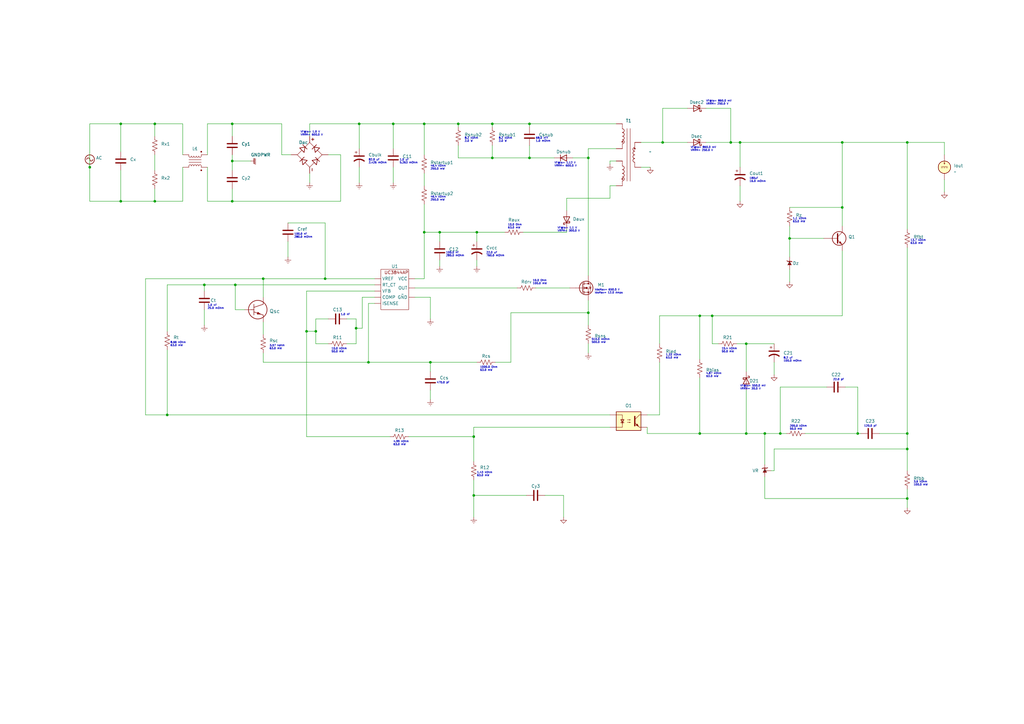
<source format=kicad_sch>
(kicad_sch (version 20230121) (generator eeschema)
  (paper "A3")
  (title_block (title "Mobile-Charger-Circuit_Design02") (date "2023-02-19") (rev "v02") (company "Tribe BNavi") (comment 1 "Design-2"))
  (lib_symbols
    (symbol "2023-02-19_14-37-48:2N2222A" (pin_numbers hide) (pin_names (offset 0) hide)
      (property "Reference" "CR" (at 10.16 2.54 0))
      (property "Value" "2N2222A" (at 10.16 -5.08 0))
      (symbol "2N2222A_1_1"
        (polyline (pts (xy 2.54 0) (xy 3.81 0)) (stroke (width 0.2032)))
        (polyline (pts (xy 3.81 -2.2098) (xy 3.81 2.2098)) (stroke (width 0.2032)))
        (polyline (pts (xy 3.81 -0.9398) (xy 7.62 -2.2098)) (stroke (width 0.2032)))
        (polyline (pts (xy 3.81 0.9398) (xy 7.62 2.2098)) (stroke (width 0.2032)))
        (polyline (pts (xy 7.62 -2.54) (xy 7.62 -2.2098)) (stroke (width 0.2032)))
        (polyline (pts (xy 7.62 2.2098) (xy 7.62 2.54)) (stroke (width 0.2032)))
        (polyline (pts (xy 5.3848 -0.9398) (xy 5.08 -1.905) (xy 6.6548 -1.905) (xy 5.3848 -0.9398)) (stroke (width 0.0254)) (fill (type outline)))
        (circle (center 5.3848 0) (radius 3.81) (stroke (width 0.254)))
        (pin unspecified line (at 0 0 0) (length 2.54) (name "B") (number "1"))
        (pin unspecified line (at 7.62 5.08 270) (length 2.54) (name "C") (number "2"))
        (pin unspecified line (at 7.62 -5.08 90) (length 2.54) (name "E") (number "3"))
      )
    )
    (symbol "Device:C" (pin_numbers hide) (pin_names (offset 0.254))
      (property "Reference" "C" (at 0.635 2.54 0))
      (property "Value" "C" (at 0.635 -2.54 0))
      (symbol "C_0_1"
        (polyline (pts (xy -2.032 -0.762) (xy 2.032 -0.762)) (stroke (width 0.508)))
        (polyline (pts (xy -2.032 0.762) (xy 2.032 0.762)) (stroke (width 0.508)))
      )
      (symbol "C_1_1"
        (pin passive line (at 0 3.81 270) (length 2.794) (name "~") (number "1"))
        (pin passive line (at 0 -3.81 90) (length 2.794) (name "~") (number "2"))
      )
    )
    (symbol "Device:C_Polarized_US" (pin_numbers hide) (pin_names (offset 0.254) hide)
      (property "Reference" "C" (at 0.635 2.54 0))
      (property "Value" "C_Polarized_US" (at 0.635 -2.54 0))
      (symbol "C_Polarized_US_0_1"
        (polyline (pts (xy -2.032 0.762) (xy 2.032 0.762)) (stroke (width 0.508)))
        (polyline (pts (xy -1.778 2.286) (xy -0.762 2.286)))
        (polyline (pts (xy -1.27 1.778) (xy -1.27 2.794)))
        (arc (start 2.032 -1.27) (mid 0 -0.5572) (end -2.032 -1.27) (stroke (width 0.508)))
      )
      (symbol "C_Polarized_US_1_1"
        (pin passive line (at 0 3.81 270) (length 2.794) (name "~") (number "1"))
        (pin passive line (at 0 -3.81 90) (length 3.302) (name "~") (number "2"))
      )
    )
    (symbol "Device:Filter_EMI_LL" (pin_numbers hide) (pin_names (offset 0.254) hide)
      (property "Reference" "FL" (at 0 4.445 0))
      (property "Value" "Filter_EMI_LL" (at 0 -4.445 0))
      (symbol "Filter_EMI_LL_0_1"
        (arc (start -2.54 2.032) (mid -2.032 1.5262) (end -1.524 2.032))
        (arc (start -1.524 -2.032) (mid -2.032 -1.5262) (end -2.54 -2.032))
        (arc (start -1.524 2.032) (mid -1.016 1.5262) (end -0.508 2.032))
        (arc (start -0.508 -2.032) (mid -1.016 -1.5262) (end -1.524 -2.032))
        (arc (start -0.508 2.032) (mid 0 1.5262) (end 0.508 2.032))
        (polyline (pts (xy -2.54 -2.032) (xy -2.54 -2.54)))
        (polyline (pts (xy -2.54 0.508) (xy 2.54 0.508)))
        (polyline (pts (xy -2.54 2.032) (xy -2.54 2.54)))
        (polyline (pts (xy 2.54 -2.032) (xy 2.54 -2.54)))
        (polyline (pts (xy 2.54 -0.508) (xy -2.54 -0.508)))
        (polyline (pts (xy 2.54 2.54) (xy 2.54 2.032)))
        (arc (start 0.508 -2.032) (mid 0 -1.5262) (end -0.508 -2.032))
        (arc (start 0.508 2.032) (mid 1.016 1.5262) (end 1.524 2.032))
        (arc (start 1.524 -2.032) (mid 1.016 -1.5262) (end 0.508 -2.032))
        (arc (start 1.524 2.032) (mid 2.032 1.5262) (end 2.54 2.032))
        (circle (center 2.54 -3.81) (radius 0.254) (fill (type outline)))
        (arc (start 2.54 -2.032) (mid 2.032 -1.5262) (end 1.524 -2.032))
        (circle (center 2.54 3.81) (radius 0.254) (fill (type outline)))
      )
      (symbol "Filter_EMI_LL_1_1"
        (pin passive line (at -5.08 2.54 0) (length 2.54) (name "1") (number "1"))
        (pin passive line (at 5.08 2.54 180) (length 2.54) (name "2") (number "2"))
        (pin passive line (at -5.08 -2.54 0) (length 2.54) (name "3") (number "3"))
        (pin passive line (at 5.08 -2.54 180) (length 2.54) (name "4") (number "4"))
      )
    )
    (symbol "Device:R_US" (pin_numbers hide) (pin_names (offset 0))
      (property "Reference" "R" (at 2.54 0 90))
      (property "Value" "R_US" (at -2.54 0 90))
      (symbol "R_US_0_1"
        (polyline (pts (xy 0 -2.286) (xy 0 -2.54)))
        (polyline (pts (xy 0 2.286) (xy 0 2.54)))
        (polyline (pts (xy 0 -0.762) (xy 1.016 -1.143) (xy 0 -1.524) (xy -1.016 -1.905) (xy 0 -2.286)))
        (polyline (pts (xy 0 0.762) (xy 1.016 0.381) (xy 0 0) (xy -1.016 -0.381) (xy 0 -0.762)))
        (polyline (pts (xy 0 2.286) (xy 1.016 1.905) (xy 0 1.524) (xy -1.016 1.143) (xy 0 0.762)))
      )
      (symbol "R_US_1_1"
        (pin passive line (at 0 3.81 270) (length 1.27) (name "~") (number "1"))
        (pin passive line (at 0 -3.81 90) (length 1.27) (name "~") (number "2"))
      )
    )
    (symbol "Diode:CDBA3100-HF" (pin_numbers hide) (pin_names hide)
      (property "Reference" "D" (at 0 2.54 0))
      (property "Value" "CDBA3100-HF" (at 0 -2.54 0))
      (symbol "CDBA3100-HF_0_1"
        (polyline (pts (xy 1.27 0) (xy -1.27 0)))
        (polyline (pts (xy 1.27 1.27) (xy 1.27 -1.27) (xy -1.27 0) (xy 1.27 1.27)) (stroke (width 0.254)))
        (polyline (pts (xy -1.905 0.635) (xy -1.905 1.27) (xy -1.27 1.27) (xy -1.27 -1.27) (xy -0.635 -1.27) (xy -0.635 -0.635)) (stroke (width 0.254)))
      )
      (symbol "CDBA3100-HF_1_1"
        (pin passive line (at -3.81 0 0) (length 2.54) (name "K") (number "1"))
        (pin passive line (at 3.81 0 180) (length 2.54) (name "A") (number "2"))
      )
    )
    (symbol "Diode:US2JA" (pin_numbers hide) (pin_names hide)
      (property "Reference" "D" (at 0 2.54 0))
      (property "Value" "US2JA" (at 0 -2.54 0))
      (symbol "US2JA_0_1"
        (polyline (pts (xy -1.27 1.27) (xy -1.27 -1.27)) (stroke (width 0.254)))
        (polyline (pts (xy 1.27 0) (xy -1.27 0)))
        (polyline (pts (xy 1.27 1.27) (xy 1.27 -1.27) (xy -1.27 0) (xy 1.27 1.27)) (stroke (width 0.254)))
      )
      (symbol "US2JA_1_1"
        (pin passive line (at -3.81 0 0) (length 2.54) (name "K") (number "1"))
        (pin passive line (at 3.81 0 180) (length 2.54) (name "A") (number "2"))
      )
    )
    (symbol "Isolator:TCMT1107" (pin_numbers hide) (pin_names (offset 1.016))
      (property "Reference" "U" (at 0 5.08 0))
      (property "Value" "TCMT1107" (at 0 -5.08 0))
      (symbol "TCMT1107_1_1"
        (rectangle (start -5.08 3.81) (end 5.08 -3.81) (stroke (width 0.254)) (fill (type background)))
        (polyline (pts (xy -3.175 -0.635) (xy -1.905 -0.635)) (stroke (width 0.254)))
        (polyline (pts (xy 2.54 0.635) (xy 4.445 2.54)))
        (polyline (pts (xy 4.445 -2.54) (xy 2.54 -0.635)) (fill (type outline)))
        (polyline (pts (xy 4.445 -2.54) (xy 5.08 -2.54)))
        (polyline (pts (xy 4.445 2.54) (xy 5.08 2.54)))
        (polyline (pts (xy -2.54 -0.635) (xy -2.54 -2.54) (xy -5.08 -2.54)))
        (polyline (pts (xy 2.54 1.905) (xy 2.54 -1.905) (xy 2.54 -1.905)) (stroke (width 0.508)))
        (polyline (pts (xy -5.08 2.54) (xy -2.54 2.54) (xy -2.54 -1.27) (xy -2.54 0.635)))
        (polyline (pts (xy -2.54 -0.635) (xy -3.175 0.635) (xy -1.905 0.635) (xy -2.54 -0.635)) (stroke (width 0.254)))
        (polyline (pts (xy -0.508 -0.508) (xy 0.762 -0.508) (xy 0.381 -0.635) (xy 0.381 -0.381) (xy 0.762 -0.508)))
        (polyline (pts (xy -0.508 0.508) (xy 0.762 0.508) (xy 0.381 0.381) (xy 0.381 0.635) (xy 0.762 0.508)))
        (polyline (pts (xy 3.048 -1.651) (xy 3.556 -1.143) (xy 4.064 -2.159) (xy 3.048 -1.651) (xy 3.048 -1.651)) (fill (type outline)))
        (pin passive line (at -7.62 2.54 0) (length 2.54) (name "~") (number "1"))
        (pin passive line (at -7.62 -2.54 0) (length 2.54) (name "~") (number "2"))
        (pin passive line (at 7.62 -2.54 180) (length 2.54) (name "~") (number "3"))
        (pin passive line (at 7.62 2.54 180) (length 2.54) (name "~") (number "4"))
      )
    )
    (symbol "My-Library:Dac" (pin_numbers hide) (pin_names (offset 1.016) hide)
      (property "Reference" "D" (at 22.86 2.54 90))
      (property "Value" "Dac" (at 5.08 -7.62 0))
      (symbol "Dac_0_0"
        (polyline (pts (xy 12.7 7.62) (xy 14.5034 9.4234)) (stroke (width 0.1524)))
        (polyline (pts (xy 12.7 7.62) (xy 14.605 5.715)) (stroke (width 0.1524)))
        (polyline (pts (xy 13.7414 4.9022) (xy 15.5194 6.6802)) (stroke (width 0.254)))
        (polyline (pts (xy 14.605 5.715) (xy 14.986 3.556)) (stroke (width 0.254)))
        (polyline (pts (xy 14.605 5.715) (xy 16.764 5.334)) (stroke (width 0.254)))
        (polyline (pts (xy 14.986 3.556) (xy 16.764 5.334)) (stroke (width 0.254)))
        (polyline (pts (xy 15.494 8.636) (xy 13.716 10.414)) (stroke (width 0.254)))
        (polyline (pts (xy 15.875 10.795) (xy 13.716 10.414)) (stroke (width 0.254)))
        (polyline (pts (xy 15.875 10.795) (xy 15.494 8.636)) (stroke (width 0.254)))
        (polyline (pts (xy 15.9766 4.3434) (xy 17.78 2.54)) (stroke (width 0.1524)))
        (polyline (pts (xy 16.7132 9.9822) (xy 14.9352 11.7602)) (stroke (width 0.254)))
        (polyline (pts (xy 17.78 2.54) (xy 19.5834 4.3434)) (stroke (width 0.1524)))
        (polyline (pts (xy 17.78 12.7) (xy 15.875 10.795)) (stroke (width 0.1524)))
        (polyline (pts (xy 18.542 13.97) (xy 19.558 13.97)) (stroke (width 0.254)))
        (polyline (pts (xy 18.796 2.032) (xy 18.796 1.016)) (stroke (width 0.254)))
        (polyline (pts (xy 18.796 9.9822) (xy 20.574 11.7602)) (stroke (width 0.254)))
        (polyline (pts (xy 19.05 14.478) (xy 19.05 13.462)) (stroke (width 0.254)))
        (polyline (pts (xy 19.685 10.795) (xy 17.78 12.7)) (stroke (width 0.1524)))
        (polyline (pts (xy 19.685 10.795) (xy 20.066 8.636)) (stroke (width 0.254)))
        (polyline (pts (xy 19.685 10.795) (xy 21.844 10.414)) (stroke (width 0.254)))
        (polyline (pts (xy 20.066 8.636) (xy 21.844 10.414)) (stroke (width 0.254)))
        (polyline (pts (xy 20.574 3.556) (xy 18.796 5.334)) (stroke (width 0.254)))
        (polyline (pts (xy 20.955 5.715) (xy 18.796 5.334)) (stroke (width 0.254)))
        (polyline (pts (xy 20.955 5.715) (xy 20.574 3.556)) (stroke (width 0.254)))
        (polyline (pts (xy 20.955 5.715) (xy 22.86 7.62)) (stroke (width 0.1524)))
        (polyline (pts (xy 21.8186 4.9022) (xy 20.1676 6.5532)) (stroke (width 0.254)))
        (polyline (pts (xy 22.86 7.62) (xy 21.0566 9.4234)) (stroke (width 0.1524)))
        (pin passive line (at 17.78 15.24 270) (length 2.54) (name "~") (number "+"))
        (pin passive line (at 17.78 0 90) (length 2.54) (name "~") (number "-"))
        (pin passive line (at 25.4 7.62 180) (length 2.54) (name "~") (number "AC1"))
        (pin passive line (at 10.16 7.62 0) (length 2.54) (name "~") (number "AC2"))
      )
    )
    (symbol "My-Library:t1" (pin_numbers hide) (pin_names hide)
      (property "Reference" "U" (at 12.7 3.81 0))
      (symbol "t1_0_1"
        (polyline (pts (xy 1.27 -10.16) (xy 1.27 -8.128)))
        (polyline (pts (xy 1.27 -2.032) (xy 1.27 0)))
        (polyline (pts (xy 1.27 5.08) (xy 1.27 7.112)))
        (polyline (pts (xy 1.27 13.208) (xy 1.27 15.24)))
        (polyline (pts (xy 3.175 -8.255) (xy 3.175 13.335)))
        (polyline (pts (xy 4.445 -8.255) (xy 4.445 13.335)))
        (polyline (pts (xy 6.35 -2.54) (xy 6.35 -0.508)))
        (polyline (pts (xy 6.35 5.588) (xy 6.35 7.62)))
        (arc (start 1.27 -8.128) (mid 2.0287 -7.366) (end 1.27 -6.604) (stroke (width 0.2032)))
        (circle (center 1.27 -7.366) (radius 0.254) (fill (type outline)))
        (arc (start 1.27 -6.604) (mid 2.0287 -5.842) (end 1.27 -5.08) (stroke (width 0.2032)))
        (arc (start 1.27 -5.08) (mid 2.0287 -4.318) (end 1.27 -3.556) (stroke (width 0.2032)))
        (arc (start 1.27 -3.556) (mid 2.0287 -2.794) (end 1.27 -2.032) (stroke (width 0.2032)))
        (arc (start 1.27 7.112) (mid 2.0287 7.874) (end 1.27 8.636) (stroke (width 0.2032)))
        (circle (center 1.27 7.874) (radius 0.254) (fill (type outline)))
        (arc (start 1.27 8.636) (mid 2.0287 9.398) (end 1.27 10.16) (stroke (width 0.2032)))
        (arc (start 1.27 10.16) (mid 2.0287 10.922) (end 1.27 11.684) (stroke (width 0.2032)))
        (arc (start 1.27 11.684) (mid 2.0287 12.446) (end 1.27 13.208) (stroke (width 0.2032)))
        (arc (start 6.35 2.54) (mid 5.5913 1.778) (end 6.35 1.016) (stroke (width 0.2032)))
        (arc (start 6.35 4.064) (mid 5.5913 3.302) (end 6.35 2.54) (stroke (width 0.2032)))
        (circle (center 6.35 5.08) (radius 0.254) (fill (type outline)))
        (arc (start 6.35 5.588) (mid 5.5913 4.826) (end 6.35 4.064) (stroke (width 0.2032)))
      )
      (symbol "t1_1_1"
        (arc (start 6.35 1.016) (mid 5.5913 0.254) (end 6.35 -0.508) (stroke (width 0.2032)))
        (pin passive line (at 8.89 -2.54 180) (length 2.54) (name "~") (number "1"))
        (pin passive line (at -1.27 -10.16 0) (length 2.54) (name "~") (number "3"))
        (pin passive line (at -1.27 5.08 0) (length 2.54) (name "~") (number "4"))
        (pin passive line (at -1.27 15.24 0) (length 2.54) (name "~") (number "5"))
        (pin passive line (at -1.27 0 0) (length 2.54) (name "~") (number "6"))
        (pin passive line (at 8.89 7.62 180) (length 2.54) (name "~") (number "8"))
      )
    )
    (symbol "My-Library:u1" (pin_numbers hide)
      (property "Reference" "U1" (at -2.54 -7.62 0))
      (symbol "u1_0_1"
        (rectangle (start -8.89 10.16) (end 2.54 -6.35))
        (text "UC3844AP" (at -2.54 8.89 0) (effects (font (size 1.27 1.27))))
      )
      (symbol "u1_1_1"
        (pin input line (at -11.43 -1.27 0) (length 2.54) (name "COMP") (number "1"))
        (pin input line (at -11.43 1.27 0) (length 2.54) (name "VFB") (number "2"))
        (pin input line (at -11.43 -3.81 0) (length 2.54) (name "ISENSE") (number "3"))
        (pin input line (at -11.43 3.81 0) (length 2.54) (name "RT_CT") (number "4"))
        (pin input line (at 5.08 -1.27 180) (length 2.54) (name "GND") (number "5"))
        (pin input line (at 5.08 2.54 180) (length 2.54) (name "OUT") (number "6"))
        (pin input line (at 5.08 6.35 180) (length 2.54) (name "VCC") (number "7"))
        (pin input line (at -11.43 6.35 0) (length 2.54) (name "VREF") (number "8"))
      )
    )
    (symbol "New_Library:Dz" (pin_numbers hide) (pin_names hide)
      (property "Reference" "U" (at 0 -5.08 0))
      (symbol "Dz_0_1"
        (polyline (pts (xy -0.762 -0.762) (xy 0 0.762) (xy 0.762 -0.762)) (fill (type outline)))
        (polyline (pts (xy 0 -1.27) (xy 0 0) (xy 0 1.27)))
        (polyline (pts (xy -1.0822 1.0237) (xy -0.8282 0.7697) (xy 0.6958 0.7697) (xy 0.6958 0.7697)) (stroke (width 0.254)))
        (polyline (pts (xy 1.016 0.508) (xy 0.762 0.762) (xy -0.762 0.762) (xy -0.762 0.762)) (stroke (width 0.254)))
      )
      (symbol "Dz_1_1"
        (pin passive line (at 0 2.54 270) (length 1.27) (name "K") (number "1"))
        (pin passive line (at 0 -2.54 90) (length 1.27) (name "A") (number "6"))
      )
    )
    (symbol "New_Library:Refernce_V" (pin_numbers hide) (pin_names hide)
      (property "Reference" "U" (at 5.08 0 90))
      (symbol "Refernce_V_0_1"
        (polyline (pts (xy -0.762 -0.762) (xy 0 0.762) (xy 0.762 -0.762)) (fill (type outline)))
        (polyline (pts (xy 0 -1.27) (xy 0 0) (xy 0 1.27)))
        (polyline (pts (xy -1.1207 0.7691) (xy -0.8667 1.0231) (xy 0.6573 1.0231) (xy 0.6573 1.0231)) (stroke (width 0.254)))
        (polyline (pts (xy 1.1427 1.2745) (xy 0.8887 1.0205) (xy -0.6353 1.0205) (xy -0.6353 1.0205)) (stroke (width 0.254)))
      )
      (symbol "Refernce_V_1_1"
        (pin passive line (at 2.54 0 180) (length 2.54) (name "") (number ""))
        (pin passive line (at 0 2.54 270) (length 2.54) (name "K") (number "1"))
        (pin passive line (at 0 -2.54 90) (length 2.54) (name "A") (number "3"))
      )
    )
    (symbol "Simulation_SPICE:IDC" (pin_numbers hide) (pin_names (offset 0.0254))
      (property "Reference" "I" (at 2.54 2.54 0))
      (property "Value" "1" (at 2.54 0 0))
      (symbol "IDC_0_0"
        (polyline (pts (xy -1.27 0.254) (xy 1.27 0.254)))
        (polyline (pts (xy -0.762 -0.254) (xy -1.27 -0.254)))
        (polyline (pts (xy 0.254 -0.254) (xy -0.254 -0.254)))
        (polyline (pts (xy 1.27 -0.254) (xy 0.762 -0.254)))
      )
      (symbol "IDC_0_1"
        (polyline (pts (xy 0 1.27) (xy 0 2.286)))
        (polyline (pts (xy -0.254 1.778) (xy 0 1.27) (xy 0.254 1.778)))
        (circle (center 0 0) (radius 2.54) (stroke (width 0.254)) (fill (type background)))
      )
      (symbol "IDC_1_1"
        (pin passive line (at 0 5.08 270) (length 2.54) (name "~") (number "1"))
        (pin passive line (at 0 -5.08 90) (length 2.54) (name "~") (number "2"))
      )
    )
    (symbol "Transistor_BJT:MMBT3904" (pin_numbers hide) (pin_names (offset 0) hide)
      (property "Reference" "Q" (at 5.08 1.905 0))
      (property "Value" "MMBT3904" (at 5.08 0 0))
      (symbol "MMBT3904_0_1"
        (polyline (pts (xy 0.635 0.635) (xy 2.54 2.54)))
        (polyline (pts (xy 0.635 -0.635) (xy 2.54 -2.54) (xy 2.54 -2.54)))
        (polyline (pts (xy 0.635 1.905) (xy 0.635 -1.905) (xy 0.635 -1.905)) (stroke (width 0.508)))
        (polyline (pts (xy 1.27 -1.778) (xy 1.778 -1.27) (xy 2.286 -2.286) (xy 1.27 -1.778) (xy 1.27 -1.778)) (fill (type outline)))
        (circle (center 1.27 0) (radius 2.8194) (stroke (width 0.254)))
      )
      (symbol "MMBT3904_1_1"
        (pin input line (at -5.08 0 0) (length 5.715) (name "B") (number "1"))
        (pin passive line (at 2.54 -5.08 90) (length 2.54) (name "E") (number "2"))
        (pin passive line (at 2.54 5.08 270) (length 2.54) (name "C") (number "3"))
      )
    )
    (symbol "Transistor_FET:STD7NK40Z" (pin_numbers hide) (pin_names hide)
      (property "Reference" "Q" (at 5.08 1.905 0))
      (property "Value" "STD7NK40Z" (at 5.08 0 0))
      (symbol "STD7NK40Z_0_1"
        (polyline (pts (xy 0.254 0) (xy -2.54 0)))
        (polyline (pts (xy 0.254 1.905) (xy 0.254 -1.905)) (stroke (width 0.254)))
        (polyline (pts (xy 0.762 -1.27) (xy 0.762 -2.286)) (stroke (width 0.254)))
        (polyline (pts (xy 0.762 0.508) (xy 0.762 -0.508)) (stroke (width 0.254)))
        (polyline (pts (xy 0.762 2.286) (xy 0.762 1.27)) (stroke (width 0.254)))
        (polyline (pts (xy 2.54 2.54) (xy 2.54 1.778)))
        (polyline (pts (xy 2.54 -2.54) (xy 2.54 0) (xy 0.762 0)))
        (polyline (pts (xy 0.762 -1.778) (xy 3.302 -1.778) (xy 3.302 1.778) (xy 0.762 1.778)))
        (polyline (pts (xy 1.016 0) (xy 2.032 0.381) (xy 2.032 -0.381) (xy 1.016 0)) (fill (type outline)))
        (polyline (pts (xy 2.794 0.508) (xy 2.921 0.381) (xy 3.683 0.381) (xy 3.81 0.254)))
        (polyline (pts (xy 3.302 0.381) (xy 2.921 -0.254) (xy 3.683 -0.254) (xy 3.302 0.381)))
        (circle (center 1.651 0) (radius 2.794) (stroke (width 0.254)))
        (circle (center 2.54 -1.778) (radius 0.254) (fill (type outline)))
        (circle (center 2.54 1.778) (radius 0.254) (fill (type outline)))
      )
      (symbol "STD7NK40Z_1_1"
        (pin passive line (at -5.08 0 0) (length 2.54) (name "G") (number "1"))
        (pin passive line (at 2.54 5.08 270) (length 2.54) (name "D") (number "2"))
        (pin passive line (at 2.54 -5.08 90) (length 2.54) (name "S") (number "3"))
      )
    )
    (symbol "power:AC" (power) (pin_names (offset 0))
      (property "Value" "AC" (at 0 6.35 0))
      (symbol "AC_0_1"
        (polyline (pts (xy 0 0) (xy 0 1.27)))
        (arc (start 0 3.175) (mid -0.635 3.8073) (end -1.27 3.175) (stroke (width 0.254)))
        (arc (start 0 3.175) (mid 0.635 2.5427) (end 1.27 3.175) (stroke (width 0.254)))
        (circle (center 0 3.175) (radius 1.905) (stroke (width 0.254)))
      )
      (symbol "AC_1_1"
        (pin power_in line (at 0 0 90) (length 0) hide (name "AC") (number "1"))
      )
    )
    (symbol "power:Earth" (power) (pin_names (offset 0))
      (symbol "Earth_0_1"
        (polyline (pts (xy -0.635 -1.905) (xy 0.635 -1.905)))
        (polyline (pts (xy -0.127 -2.54) (xy 0.127 -2.54)))
        (polyline (pts (xy 0 -1.27) (xy 0 0)))
        (polyline (pts (xy 1.27 -1.27) (xy -1.27 -1.27)))
      )
      (symbol "Earth_1_1"
        (pin power_in line (at 0 0 270) (length 0) hide (name "Earth") (number "1"))
      )
    )
    (symbol "power:GND" (power) (pin_names (offset 0))
      (property "Value" "GND" (at 0 -3.81 0))
      (symbol "GND_0_1"
        (polyline (pts (xy 0 0) (xy 0 -1.27) (xy 1.27 -1.27) (xy 0 -2.54) (xy -1.27 -1.27) (xy 0 -1.27)))
      )
      (symbol "GND_1_1"
        (pin power_in line (at 0 0 270) (length 0) hide (name "GND") (number "1"))
      )
    )
    (symbol "power:GNDPWR" (power) (pin_names (offset 0))
      (property "Value" "GNDPWR" (at 0 -3.302 0))
      (symbol "GNDPWR_0_1"
        (polyline (pts (xy 0 -1.27) (xy 0 0)))
        (polyline (pts (xy -1.016 -1.27) (xy -1.27 -2.032) (xy -1.27 -2.032)) (stroke (width 0.2032)))
        (polyline (pts (xy -0.508 -1.27) (xy -0.762 -2.032) (xy -0.762 -2.032)) (stroke (width 0.2032)))
        (polyline (pts (xy 0 -1.27) (xy -0.254 -2.032) (xy -0.254 -2.032)) (stroke (width 0.2032)))
        (polyline (pts (xy 0.508 -1.27) (xy 0.254 -2.032) (xy 0.254 -2.032)) (stroke (width 0.2032)))
        (polyline (pts (xy 1.016 -1.27) (xy -1.016 -1.27) (xy -1.016 -1.27)) (stroke (width 0.2032)))
        (polyline (pts (xy 1.016 -1.27) (xy 0.762 -2.032) (xy 0.762 -2.032) (xy 0.762 -2.032)) (stroke (width 0.2032)))
      )
      (symbol "GNDPWR_1_1"
        (pin power_in line (at 0 0 270) (length 0) hide (name "GNDPWR") (number "1"))
      )
    )
  )
  (junction (at 287.02 129.54))
  (junction (at 372.11 204.47))
  (junction (at 271.78 58.42))
  (junction (at 180.34 95.25))
  (junction (at 176.53 148.59))
  (junction (at 173.99 95.25))
  (junction (at 187.96 50.8))
  (junction (at 49.53 50.8))
  (junction (at 173.99 50.8))
  (junction (at 303.53 58.42))
  (junction (at 313.69 177.8))
  (junction (at 372.11 184.15))
  (junction (at 299.72 58.42))
  (junction (at 320.04 177.8))
  (junction (at 345.44 85.09))
  (junction (at 217.17 50.8))
  (junction (at 133.35 114.3))
  (junction (at 36.83 68.58))
  (junction (at 147.32 50.8))
  (junction (at 125.73 135.89))
  (junction (at 306.07 140.97))
  (junction (at 194.31 203.2))
  (junction (at 372.11 177.8))
  (junction (at 83.82 116.84))
  (junction (at 49.53 82.55))
  (junction (at 161.29 50.8))
  (junction (at 372.11 58.42))
  (junction (at 63.5 50.8))
  (junction (at 201.93 50.8))
  (junction (at 95.25 50.8))
  (junction (at 201.93 64.77))
  (junction (at 292.1 129.54))
  (junction (at 194.31 179.07))
  (junction (at 107.95 114.3))
  (junction (at 95.25 66.04))
  (junction (at 146.05 134.62))
  (junction (at 345.44 58.42))
  (junction (at 351.79 177.8))
  (junction (at 195.58 95.25))
  (junction (at 217.17 64.77))
  (junction (at 241.3 128.27))
  (junction (at 323.85 97.79))
  (junction (at 96.52 116.84))
  (junction (at 287.02 177.8))
  (junction (at 306.07 177.8))
  (junction (at 241.3 64.77))
  (junction (at 129.54 135.89))
  (junction (at 95.25 82.55))
  (junction (at 151.13 148.59))
  (junction (at 63.5 82.55))
  (junction (at 68.58 170.18))
  (wire (pts (xy 83.82 116.84) (xy 96.52 116.84)))
  (wire (pts (xy 387.35 73.66) (xy 387.35 78.74)))
  (wire (pts (xy 74.93 68.58) (xy 74.93 82.55)))
  (wire (pts (xy 201.93 50.8) (xy 217.17 50.8)))
  (wire (pts (xy 241.3 123.19) (xy 241.3 128.27)))
  (wire (pts (xy 173.99 114.3) (xy 173.99 95.25)))
  (wire (pts (xy 195.58 95.25) (xy 195.58 99.06)))
  (wire (pts (xy 360.68 177.8) (xy 372.11 177.8)))
  (wire (pts (xy 147.32 50.8) (xy 161.29 50.8)))
  (wire (pts (xy 36.83 82.55) (xy 49.53 82.55)))
  (wire (pts (xy 95.25 77.47) (xy 95.25 82.55)))
  (wire (pts (xy 36.83 68.58) (xy 36.83 82.55)))
  (wire (pts (xy 49.53 50.8) (xy 36.83 50.8)))
  (wire (pts (xy 85.09 82.55) (xy 95.25 82.55)))
  (wire (pts (xy 262.89 68.58) (xy 266.7 68.58)))
  (wire (pts (xy 203.2 148.59) (xy 209.55 148.59)))
  (wire (pts (xy 83.82 116.84) (xy 83.82 119.38)))
  (wire (pts (xy 187.96 50.8) (xy 201.93 50.8)))
  (wire (pts (xy 49.53 69.85) (xy 49.53 82.55)))
  (wire (pts (xy 147.32 68.58) (xy 147.32 74.93)))
  (wire (pts (xy 317.5 184.15) (xy 372.11 184.15)))
  (wire (pts (xy 250.19 67.31) (xy 250.19 66.04)))
  (wire (pts (xy 292.1 129.54) (xy 345.44 129.54)))
  (wire (pts (xy 146.05 134.62) (xy 146.05 130.81)))
  (wire (pts (xy 351.79 158.75) (xy 351.79 177.8)))
  (wire (pts (xy 270.51 170.18) (xy 265.43 170.18)))
  (wire (pts (xy 287.02 129.54) (xy 270.51 129.54)))
  (wire (pts (xy 151.13 124.46) (xy 151.13 148.59)))
  (wire (pts (xy 125.73 135.89) (xy 125.73 179.07)))
  (wire (pts (xy 63.5 50.8) (xy 63.5 55.88)))
  (wire (pts (xy 345.44 102.87) (xy 345.44 129.54)))
  (wire (pts (xy 194.31 203.2) (xy 215.9 203.2)))
  (wire (pts (xy 176.53 148.59) (xy 195.58 148.59)))
  (wire (pts (xy 63.5 77.47) (xy 63.5 82.55)))
  (wire (pts (xy 68.58 143.51) (xy 68.58 170.18)))
  (wire (pts (xy 147.32 50.8) (xy 147.32 60.96)))
  (wire (pts (xy 241.3 64.77) (xy 241.3 113.03)))
  (wire (pts (xy 217.17 64.77) (xy 227.33 64.77)))
  (wire (pts (xy 118.11 99.06) (xy 118.11 105.41)))
  (wire (pts (xy 232.41 81.28) (xy 250.19 81.28)))
  (wire (pts (xy 345.44 85.09) (xy 345.44 58.42)))
  (wire (pts (xy 167.64 179.07) (xy 194.31 179.07)))
  (wire (pts (xy 372.11 184.15) (xy 372.11 193.04)))
  (wire (pts (xy 241.3 140.97) (xy 241.3 144.78)))
  (wire (pts (xy 195.58 95.25) (xy 207.01 95.25)))
  (wire (pts (xy 95.25 50.8) (xy 95.25 55.88)))
  (wire (pts (xy 271.78 44.45) (xy 281.94 44.45)))
  (wire (pts (xy 107.95 132.08) (xy 107.95 137.16)))
  (wire (pts (xy 95.25 50.8) (xy 115.57 50.8)))
  (wire (pts (xy 271.78 58.42) (xy 271.78 44.45)))
  (wire (pts (xy 265.43 175.26) (xy 265.43 177.8)))
  (wire (pts (xy 313.69 204.47) (xy 372.11 204.47)))
  (wire (pts (xy 95.25 66.04) (xy 102.87 66.04)))
  (wire (pts (xy 133.35 114.3) (xy 153.67 114.3)))
  (wire (pts (xy 176.53 152.4) (xy 176.53 148.59)))
  (wire (pts (xy 313.69 195.58) (xy 313.69 204.47)))
  (wire (pts (xy 118.11 91.44) (xy 133.35 91.44)))
  (wire (pts (xy 270.51 129.54) (xy 270.51 140.97)))
  (wire (pts (xy 252.73 60.96) (xy 241.3 60.96)))
  (wire (pts (xy 372.11 204.47) (xy 372.11 208.28)))
  (wire (pts (xy 173.99 50.8) (xy 187.96 50.8)))
  (wire (pts (xy 387.35 58.42) (xy 387.35 63.5)))
  (wire (pts (xy 323.85 97.79) (xy 323.85 105.41)))
  (wire (pts (xy 49.53 82.55) (xy 63.5 82.55)))
  (wire (pts (xy 139.7 63.5) (xy 134.62 63.5)))
  (wire (pts (xy 262.89 58.42) (xy 271.78 58.42)))
  (wire (pts (xy 313.69 177.8) (xy 320.04 177.8)))
  (wire (pts (xy 95.25 82.55) (xy 139.7 82.55)))
  (wire (pts (xy 306.07 160.02) (xy 306.07 177.8)))
  (wire (pts (xy 351.79 177.8) (xy 353.06 177.8)))
  (wire (pts (xy 161.29 50.8) (xy 161.29 60.96)))
  (wire (pts (xy 148.59 121.92) (xy 148.59 134.62)))
  (wire (pts (xy 134.62 130.81) (xy 129.54 130.81)))
  (wire (pts (xy 271.78 58.42) (xy 281.94 58.42)))
  (wire (pts (xy 107.95 148.59) (xy 151.13 148.59)))
  (wire (pts (xy 250.19 66.04) (xy 252.73 66.04)))
  (wire (pts (xy 303.53 76.2) (xy 303.53 82.55)))
  (wire (pts (xy 294.64 140.97) (xy 292.1 140.97)))
  (wire (pts (xy 63.5 63.5) (xy 63.5 69.85)))
  (wire (pts (xy 302.26 140.97) (xy 306.07 140.97)))
  (wire (pts (xy 372.11 200.66) (xy 372.11 204.47)))
  (wire (pts (xy 161.29 68.58) (xy 161.29 74.93)))
  (wire (pts (xy 287.02 154.94) (xy 287.02 177.8)))
  (wire (pts (xy 180.34 95.25) (xy 180.34 99.06)))
  (wire (pts (xy 170.18 118.11) (xy 212.09 118.11)))
  (wire (pts (xy 330.2 177.8) (xy 351.79 177.8)))
  (wire (pts (xy 129.54 135.89) (xy 129.54 140.97)))
  (wire (pts (xy 125.73 135.89) (xy 125.73 119.38)))
  (wire (pts (xy 83.82 127) (xy 83.82 133.35)))
  (wire (pts (xy 170.18 114.3) (xy 173.99 114.3)))
  (wire (pts (xy 306.07 140.97) (xy 317.5 140.97)))
  (wire (pts (xy 146.05 140.97) (xy 146.05 134.62)))
  (wire (pts (xy 306.07 177.8) (xy 313.69 177.8)))
  (wire (pts (xy 201.93 50.8) (xy 201.93 52.07)))
  (wire (pts (xy 146.05 130.81) (xy 142.24 130.81)))
  (wire (pts (xy 83.82 116.84) (xy 68.58 116.84)))
  (wire (pts (xy 85.09 68.58) (xy 85.09 82.55)))
  (wire (pts (xy 176.53 160.02) (xy 176.53 163.83)))
  (wire (pts (xy 194.31 175.26) (xy 194.31 179.07)))
  (wire (pts (xy 194.31 175.26) (xy 250.19 175.26)))
  (wire (pts (xy 345.44 85.09) (xy 345.44 92.71)))
  (wire (pts (xy 107.95 144.78) (xy 107.95 148.59)))
  (wire (pts (xy 194.31 203.2) (xy 194.31 212.09)))
  (wire (pts (xy 201.93 64.77) (xy 217.17 64.77)))
  (wire (pts (xy 173.99 50.8) (xy 173.99 63.5)))
  (wire (pts (xy 74.93 82.55) (xy 63.5 82.55)))
  (wire (pts (xy 68.58 116.84) (xy 68.58 135.89)))
  (wire (pts (xy 252.73 76.2) (xy 250.19 76.2)))
  (wire (pts (xy 180.34 106.68) (xy 180.34 109.22)))
  (wire (pts (xy 303.53 58.42) (xy 299.72 58.42)))
  (wire (pts (xy 127 50.8) (xy 147.32 50.8)))
  (wire (pts (xy 151.13 148.59) (xy 176.53 148.59)))
  (wire (pts (xy 129.54 135.89) (xy 125.73 135.89)))
  (wire (pts (xy 345.44 58.42) (xy 372.11 58.42)))
  (wire (pts (xy 95.25 66.04) (xy 95.25 69.85)))
  (wire (pts (xy 153.67 121.92) (xy 148.59 121.92)))
  (wire (pts (xy 339.09 158.75) (xy 320.04 158.75)))
  (wire (pts (xy 63.5 50.8) (xy 74.93 50.8)))
  (wire (pts (xy 287.02 177.8) (xy 306.07 177.8)))
  (wire (pts (xy 153.67 124.46) (xy 151.13 124.46)))
  (wire (pts (xy 107.95 114.3) (xy 59.69 114.3)))
  (wire (pts (xy 232.41 81.28) (xy 232.41 86.36)))
  (wire (pts (xy 85.09 50.8) (xy 95.25 50.8)))
  (wire (pts (xy 36.83 50.8) (xy 36.83 68.58)))
  (wire (pts (xy 95.25 63.5) (xy 95.25 66.04)))
  (wire (pts (xy 241.3 128.27) (xy 241.3 133.35)))
  (wire (pts (xy 195.58 106.68) (xy 195.58 109.22)))
  (wire (pts (xy 96.52 127) (xy 100.33 127)))
  (wire (pts (xy 299.72 58.42) (xy 289.56 58.42)))
  (wire (pts (xy 173.99 83.82) (xy 173.99 95.25)))
  (wire (pts (xy 187.96 50.8) (xy 187.96 52.07)))
  (wire (pts (xy 107.95 114.3) (xy 107.95 121.92)))
  (wire (pts (xy 372.11 58.42) (xy 372.11 93.98)))
  (wire (pts (xy 372.11 58.42) (xy 387.35 58.42)))
  (wire (pts (xy 299.72 44.45) (xy 299.72 58.42)))
  (wire (pts (xy 270.51 148.59) (xy 270.51 170.18)))
  (wire (pts (xy 201.93 59.69) (xy 201.93 64.77)))
  (wire (pts (xy 250.19 76.2) (xy 250.19 81.28)))
  (wire (pts (xy 323.85 97.79) (xy 337.82 97.79)))
  (wire (pts (xy 217.17 50.8) (xy 252.73 50.8)))
  (wire (pts (xy 265.43 177.8) (xy 287.02 177.8)))
  (wire (pts (xy 139.7 82.55) (xy 139.7 63.5)))
  (wire (pts (xy 317.5 193.04) (xy 317.5 184.15)))
  (wire (pts (xy 346.71 158.75) (xy 351.79 158.75)))
  (wire (pts (xy 173.99 71.12) (xy 173.99 76.2)))
  (wire (pts (xy 176.53 121.92) (xy 176.53 130.81)))
  (wire (pts (xy 125.73 179.07) (xy 160.02 179.07)))
  (wire (pts (xy 345.44 58.42) (xy 303.53 58.42)))
  (wire (pts (xy 170.18 121.92) (xy 176.53 121.92)))
  (wire (pts (xy 74.93 50.8) (xy 74.93 63.5)))
  (wire (pts (xy 317.5 148.59) (xy 317.5 153.67)))
  (wire (pts (xy 133.35 114.3) (xy 107.95 114.3)))
  (wire (pts (xy 372.11 177.8) (xy 372.11 184.15)))
  (wire (pts (xy 209.55 148.59) (xy 209.55 128.27)))
  (wire (pts (xy 59.69 114.3) (xy 59.69 170.18)))
  (wire (pts (xy 49.53 50.8) (xy 49.53 62.23)))
  (wire (pts (xy 316.23 193.04) (xy 317.5 193.04)))
  (wire (pts (xy 292.1 129.54) (xy 287.02 129.54)))
  (wire (pts (xy 173.99 95.25) (xy 180.34 95.25)))
  (wire (pts (xy 125.73 119.38) (xy 153.67 119.38)))
  (wire (pts (xy 320.04 177.8) (xy 322.58 177.8)))
  (wire (pts (xy 209.55 128.27) (xy 241.3 128.27)))
  (wire (pts (xy 214.63 95.25) (xy 232.41 95.25)))
  (wire (pts (xy 96.52 116.84) (xy 153.67 116.84)))
  (wire (pts (xy 217.17 50.8) (xy 217.17 52.07)))
  (wire (pts (xy 292.1 140.97) (xy 292.1 129.54)))
  (wire (pts (xy 148.59 134.62) (xy 146.05 134.62)))
  (wire (pts (xy 313.69 177.8) (xy 313.69 190.5)))
  (wire (pts (xy 323.85 92.71) (xy 323.85 97.79)))
  (wire (pts (xy 241.3 60.96) (xy 241.3 64.77)))
  (wire (pts (xy 187.96 59.69) (xy 187.96 64.77)))
  (wire (pts (xy 194.31 196.85) (xy 194.31 203.2)))
  (wire (pts (xy 180.34 95.25) (xy 195.58 95.25)))
  (wire (pts (xy 49.53 50.8) (xy 63.5 50.8)))
  (wire (pts (xy 127 71.12) (xy 127 74.93)))
  (wire (pts (xy 194.31 179.07) (xy 194.31 189.23)))
  (wire (pts (xy 187.96 64.77) (xy 201.93 64.77)))
  (wire (pts (xy 161.29 50.8) (xy 173.99 50.8)))
  (wire (pts (xy 142.24 140.97) (xy 146.05 140.97)))
  (wire (pts (xy 217.17 59.69) (xy 217.17 64.77)))
  (wire (pts (xy 323.85 85.09) (xy 345.44 85.09)))
  (wire (pts (xy 231.14 203.2) (xy 231.14 212.09)))
  (wire (pts (xy 59.69 170.18) (xy 68.58 170.18)))
  (wire (pts (xy 303.53 58.42) (xy 303.53 68.58)))
  (wire (pts (xy 96.52 116.84) (xy 96.52 127)))
  (wire (pts (xy 129.54 130.81) (xy 129.54 135.89)))
  (wire (pts (xy 223.52 203.2) (xy 231.14 203.2)))
  (wire (pts (xy 115.57 50.8) (xy 115.57 63.5)))
  (wire (pts (xy 287.02 129.54) (xy 287.02 147.32)))
  (wire (pts (xy 323.85 110.49) (xy 323.85 115.57)))
  (wire (pts (xy 85.09 63.5) (xy 85.09 50.8)))
  (wire (pts (xy 232.41 95.25) (xy 232.41 93.98)))
  (wire (pts (xy 127 55.88) (xy 127 50.8)))
  (wire (pts (xy 241.3 64.77) (xy 234.95 64.77)))
  (wire (pts (xy 219.71 118.11) (xy 233.68 118.11)))
  (wire (pts (xy 68.58 170.18) (xy 250.19 170.18)))
  (wire (pts (xy 372.11 101.6) (xy 372.11 177.8)))
  (wire (pts (xy 289.56 44.45) (xy 299.72 44.45)))
  (wire (pts (xy 115.57 63.5) (xy 119.38 63.5)))
  (wire (pts (xy 129.54 140.97) (xy 134.62 140.97)))
  (wire (pts (xy 133.35 91.44) (xy 133.35 114.3)))
  (wire (pts (xy 320.04 158.75) (xy 320.04 177.8)))
  (wire (pts (xy 306.07 140.97) (xy 306.07 152.4)))
  (text "68.0 nFF\n1.0 mOhm" (at 219.71 58.42 0) (effects (font (size 0.762 0.762)) (justify left bottom)))
  (text "8.66 kOhm\n63.0 mW" (at 69.85 142.24 0) (effects (font (size 0.762 0.762)) (justify left bottom)))
  (text "1.43 kOhm\n63.0 mW" (at 195.58 195.58 0) (effects (font (size 0.762 0.762)) (justify left bottom)))
  (text "10.0 kOhm\n50.0 mW" (at 135.89 144.78 0) (effects (font (size 0.762 0.762)) (justify left bottom)))
  (text "1.0 uF\n5.263 mOhm" (at 163.83 67.31 0) (effects (font (size 0.762 0.762)) (justify left bottom)))
  (text "VdsMax= 650.0 V\nIdsMax= 12.0 Amps" (at 243.84 120.65 0) (effects (font (size 0.762 0.762)) (justify left bottom)))
  (text "10.0 Ohm\n63.0 mW\n" (at 208.28 93.98 0) (effects (font (size 0.762 0.762)) (justify left bottom)))
  (text "1.1 kOhm\n63.0 mW" (at 325.12 91.44 0) (effects (font (size 0.762 0.762)) (justify left bottom)))
  (text "VF@Io= 1.0 V\nVRRM= 600.0 V" (at 123.19 55.88 0) (effects (font (size 0.762 0.762)) (justify left bottom)))
  (text "180uF\n16.0 mOhm" (at 307.34 74.93 0) (effects (font (size 0.762 0.762)) (justify left bottom)))
  (text "8.2 uF\n100.0 mOhm" (at 321.31 148.59 0) (effects (font (size 0.762 0.762)) (justify left bottom)))
  (text "470.0 pF" (at 179.07 157.48 0) (effects (font (size 0.762 0.762)) (justify left bottom)))
  (text "46.4 kOhm\n250.0 mW" (at 176.53 82.55 0) (effects (font (size 0.762 0.762)) (justify left bottom)))
  (text "46.4 kOhm\n250.0 mW" (at 176.53 69.85 0) (effects (font (size 0.762 0.762)) (justify left bottom)))
  (text "VF@Io= 550.0 mV\nVRRM= 30.0 V" (at 303.53 160.02 0) (effects (font (size 0.762 0.762)) (justify left bottom)))
  (text "100.0 nF\n280.0 mOhm" (at 120.65 97.79 0) (effects (font (size 0.762 0.762)) (justify left bottom)))
  (text "3.6 kOhm\n100.0 mW" (at 374.65 199.39 0) (effects (font (size 0.762 0.762)) (justify left bottom)))
  (text "VF@Io= 1.1 V\nVRPM= 300.0 V" (at 228.6 95.25 0) (effects (font (size 0.762 0.762)) (justify left bottom)))
  (text "VF@Io= 860.0 mV\nVRRM= 250.0 V" (at 289.56 43.18 0) (effects (font (size 0.762 0.762)) (justify left bottom)))
  (text "4.87 kOhm\n63.0 mW" (at 289.56 154.94 0) (effects (font (size 0.762 0.762)) (justify left bottom)))
  (text "8.2 kOhm\n2.0 W" (at 190.5 58.42 0) (effects (font (size 0.762 0.762)) (justify left bottom)))
  (text "82.0 uF\n2.426 mOhm" (at 151.13 67.31 0) (effects (font (size 0.762 0.762)) (justify left bottom)))
  (text "120.0 pF\n" (at 354.33 175.26 0) (effects (font (size 0.762 0.762)) (justify left bottom)))
  (text "1000.0 Ohm\n63.0 mW" (at 196.85 152.4 0) (effects (font (size 0.762 0.762)) (justify left bottom)))
  (text "22.0 uF\n760.0 mOhm" (at 199.39 105.41 0) (effects (font (size 0.762 0.762)) (justify left bottom)))
  (text "1.0 nF" (at 139.7 129.54 0) (effects (font (size 0.762 0.762)) (justify left bottom)))
  (text "100.0 nF\n280.0 mOhm" (at 182.88 105.41 0) (effects (font (size 0.762 0.762)) (justify left bottom)))
  (text "VF@Io= 1.12 V\nVRRM= 600.0 V" (at 227.33 68.58 0) (effects (font (size 0.762 0.762)) (justify left bottom)))
  (text "1.33 kOhm\n63.0 mW" (at 273.05 147.32 0) (effects (font (size 0.762 0.762)) (justify left bottom)))
  (text "1.0 nF\n25.0 mOhm" (at 85.09 127 0) (effects (font (size 0.762 0.762)) (justify left bottom)))
  (text "13.7 kOhm\n63.0 mW" (at 373.38 100.33 0) (effects (font (size 0.762 0.762)) (justify left bottom)))
  (text "10.0 Ohm\n100.0 mW" (at 218.44 116.84 0) (effects (font (size 0.762 0.762)) (justify left bottom)))
  (text "8.2 kOhm\n2.0 W" (at 204.47 58.42 0) (effects (font (size 0.762 0.762)) (justify left bottom)))
  (text "VF@Io= 860.0 mV\nVRRM= 250.0 V" (at 283.21 62.23 0) (effects (font (size 0.762 0.762)) (justify left bottom)))
  (text "22.0 pF" (at 341.63 156.21 0) (effects (font (size 0.762 0.762)) (justify left bottom)))
  (text "205.0 kOhm\n50.0 mW" (at 323.85 176.53 0) (effects (font (size 0.762 0.762)) (justify left bottom)))
  (text "3.57 kohm\n63.0 mW" (at 110.49 143.51 0) (effects (font (size 0.762 0.762)) (justify left bottom)))
  (text "15.4 kOhm\n50.0 mW" (at 295.91 144.78 0) (effects (font (size 0.762 0.762)) (justify left bottom)))
  (text "510.0 mOhm\n500.0 mW" (at 242.57 140.97 0) (effects (font (size 0.762 0.762)) (justify left bottom)))
  (text "4.99 kOhm\n63.0 mW" (at 161.29 182.88 0) (effects (font (size 0.762 0.762)) (justify left bottom)))
  (symbol (lib_id "Device:R_US") (at 173.99 67.31 0) (unit 1)
    (property "Reference" "Rstartup1" (at 176.53 66.675 0) (effects (justify left)))
    (property "Value" "46.4 kOhm" (effects hide))
  )
  (symbol (lib_id "Device:R_US") (at 107.95 140.97 180) (unit 1)
    (property "Reference" "Rsc" (at 110.49 139.7 0) (effects (justify right)))
    (property "Value" "13.7 kOhm" (effects hide))
  )
  (symbol (lib_id "2023-02-19_14-37-48:2N2222A") (at 100.33 127 0) (unit 1)
    (property "Reference" "Qsc" (at 110.49 127.635 0) (effects (font (size 1.524 1.524)) (justify left)))
    (property "Value" "2N2222A" (effects hide))
    (property "Footprint" "TO-18_STM" (effects hide))
  )
  (symbol (lib_id "power:Earth") (at 118.11 105.41 0) (unit 1)
    (property "Reference" "#PWR015" (effects hide))
    (property "Value" "Earth" (effects hide))
  )
  (symbol (lib_id "power:Earth") (at 147.32 74.93 0) (unit 1)
    (property "Reference" "#PWR04" (effects hide))
    (property "Value" "Earth" (effects hide))
  )
  (symbol (lib_id "Device:R_US") (at 210.82 95.25 270) (unit 1)
    (property "Reference" "Raux" (at 210.82 90.17 90))
    (property "Value" "10.0 Ohm" (effects hide))
  )
  (symbol (lib_id "power:GND") (at 303.53 82.55 0) (unit 1)
    (property "Reference" "#PWR09" (effects hide))
    (property "Value" "GND" (effects hide))
  )
  (symbol (lib_id "power:GND") (at 266.7 68.58 0) (unit 1)
    (property "Reference" "#PWR06" (effects hide))
    (property "Value" "GND" (effects hide))
  )
  (symbol (lib_id "Device:C") (at 83.82 123.19 0) (unit 1)
    (property "Reference" "Ct" (at 86.36 123.19 0) (effects (justify left)))
    (property "Value" "1.0 uF" (effects hide))
  )
  (symbol (lib_id "Device:R_US") (at 215.9 118.11 270) (unit 1)
    (property "Reference" "Rdrv" (at 215.9 115.57 90))
    (property "Value" "10.0 Ohm" (effects hide))
  )
  (symbol (lib_id "Device:C") (at 356.87 177.8 90) (unit 1)
    (property "Reference" "C23" (at 356.87 172.72 90))
    (property "Value" "68.0 nF" (effects hide))
  )
  (symbol (lib_id "power:Earth") (at 180.34 109.22 0) (unit 1)
    (property "Reference" "#PWR012" (effects hide))
    (property "Value" "Earth" (effects hide))
  )
  (symbol (lib_id "Device:C") (at 49.53 66.04 0) (unit 1)
    (property "Reference" "Cx" (at 53.34 65.405 0) (effects (justify left)))
    (property "Value" "C" (effects hide))
  )
  (symbol (lib_id "power:Earth") (at 250.19 67.31 0) (unit 1)
    (property "Reference" "#PWR07" (effects hide))
    (property "Value" "Earth" (effects hide))
  )
  (symbol (lib_id "My-Library:t1") (at 254 66.04 0) (unit 1)
    (property "Reference" "T1" (at 257.81 49.53 0))
    (property "Value" "~" (at 266.7 62.23 0))
  )
  (symbol (lib_id "Device:C_Polarized_US") (at 317.5 144.78 0) (unit 1)
    (property "Reference" "C21" (at 321.31 144.78 0) (effects (justify left)))
    (property "Value" "180.0 uF  " (effects hide))
  )
  (symbol (lib_id "power:Earth") (at 127 74.93 0) (unit 1)
    (property "Reference" "#PWR03" (effects hide))
    (property "Value" "Earth" (effects hide))
  )
  (symbol (lib_id "Simulation_SPICE:IDC") (at 387.35 68.58 0) (unit 1)
    (property "Reference" "Iout" (at 391.16 67.945 0) (effects (justify left)))
    (property "Value" "~" (at 391.16 70.485 0) (effects (justify left)))
    (property "Sim.Pins" "1=+ 2=-" (effects hide))
    (property "Sim.Type" "DC" (effects hide))
    (property "Sim.Device" "I" (effects hide))
  )
  (symbol (lib_id "power:Earth") (at 194.31 212.09 0) (unit 1)
    (property "Reference" "#PWR021" (effects hide))
    (property "Value" "Earth" (effects hide))
  )
  (symbol (lib_id "Diode:CDBA3100-HF") (at 232.41 90.17 90) (unit 1)
    (property "Reference" "Daux" (at 234.95 89.8525 90) (effects (justify right)))
    (property "Value" "1.1V" (effects hide))
    (property "Footprint" "Diode_SMD:D_SMA" (effects hide))
    (property "Datasheet" "https://www.comchiptech.com/admin/files/product/CDBA340-HF%20Thru193640.%20CDBA3100-HF%20RevB.pdf" (effects hide))
  )
  (symbol (lib_id "Device:C_Polarized_US") (at 195.58 102.87 0) (unit 1)
    (property "Reference" "Cvcc" (at 199.39 101.6 0) (effects (justify left)))
    (property "Value" "22.0 uF  " (effects hide))
  )
  (symbol (lib_id "Transistor_FET:STD7NK40Z") (at 238.76 118.11 0) (unit 1)
    (property "Reference" "M1" (at 245.11 116.84 0) (effects (justify left)))
    (property "Value" "STD7NK40Z" (effects hide))
    (property "Footprint" "Package_TO_SOT_SMD:TO-252-2" (effects hide))
    (property "Datasheet" "https://www.st.com/resource/en/datasheet/std7nk40zt4.pdf" (effects hide))
  )
  (symbol (lib_id "Device:R_US") (at 323.85 88.9 180) (unit 1)
    (property "Reference" "Rz" (at 326.39 88.265 0) (effects (justify right)))
    (property "Value" "1.1 kOhm" (effects hide))
  )
  (symbol (lib_id "Device:C") (at 118.11 95.25 0) (unit 1)
    (property "Reference" "Cref" (at 121.92 93.98 0) (effects (justify left)))
    (property "Value" "1.0 uF" (effects hide))
  )
  (symbol (lib_id "Diode:CDBA3100-HF") (at 285.75 58.42 180) (unit 1)
    (property "Reference" "Dsec" (at 285.75 55.88 0))
    (property "Value" "860.0 mV" (effects hide))
    (property "Footprint" "Diode_SMD:D_SMA" (effects hide))
    (property "Datasheet" "https://www.comchiptech.com/admin/files/product/CDBA340-HF%20Thru193640.%20CDBA3100-HF%20RevB.pdf" (effects hide))
  )
  (symbol (lib_id "Device:C") (at 176.53 156.21 0) (unit 1)
    (property "Reference" "Ccs" (at 180.34 154.94 0) (effects (justify left)))
    (property "Value" "1.0 uF" (effects hide))
  )
  (symbol (lib_id "power:GND") (at 372.11 208.28 0) (unit 1)
    (property "Reference" "#PWR019" (effects hide))
    (property "Value" "GND" (effects hide))
  )
  (symbol (lib_id "Device:R_US") (at 194.31 193.04 180) (unit 1)
    (property "Reference" "R12" (at 196.85 191.77 0) (effects (justify right)))
    (property "Value" "13.7 kOhm" (effects hide))
  )
  (symbol (lib_id "Device:R_US") (at 201.93 55.88 0) (unit 1)
    (property "Reference" "Rsnub1" (at 204.47 55.245 0) (effects (justify left)))
    (property "Value" "8.2 kOhm" (effects hide))
  )
  (symbol (lib_id "power:GNDPWR") (at 102.87 66.04 90) (unit 1)
    (property "Reference" "#PWR02" (effects hide))
    (property "Value" "Chassis GND" (at 102.87 63.5 90) (effects (justify right)))
  )
  (symbol (lib_id "Device:R_US") (at 173.99 80.01 180) (unit 1)
    (property "Reference" "Rstartup2" (at 176.53 79.375 0) (effects (justify right)))
    (property "Value" "46.4 kOhm" (effects hide))
  )
  (symbol (lib_id "Device:R_US") (at 372.11 196.85 180) (unit 1)
    (property "Reference" "Rfbb" (at 374.65 196.215 0) (effects (justify right)))
    (property "Value" "13.7 kOhm" (effects hide))
  )
  (symbol (lib_id "power:Earth") (at 195.58 109.22 0) (unit 1)
    (property "Reference" "#PWR011" (effects hide))
    (property "Value" "Earth" (effects hide))
  )
  (symbol (lib_id "power:Earth") (at 241.3 144.78 0) (unit 1)
    (property "Reference" "#PWR013" (effects hide))
    (property "Value" "Earth" (effects hide))
  )
  (symbol (lib_id "power:Earth") (at 176.53 130.81 0) (unit 1)
    (property "Reference" "#PWR014" (effects hide))
    (property "Value" "Earth" (effects hide))
  )
  (symbol (lib_id "power:GND") (at 231.14 212.09 0) (unit 1)
    (property "Reference" "#PWR020" (effects hide))
    (property "Value" "GND" (effects hide))
  )
  (symbol (lib_id "Device:C") (at 95.25 73.66 0) (unit 1)
    (property "Reference" "Cy2" (at 99.06 73.025 0) (effects (justify left)))
    (property "Value" "C" (effects hide))
  )
  (symbol (lib_id "Diode:CDBA3100-HF") (at 306.07 156.21 270) (unit 1)
    (property "Reference" "D21" (at 307.34 156.21 90) (effects (justify left)))
    (property "Value" "1.1V" (effects hide))
    (property "Footprint" "Diode_SMD:D_SMA" (effects hide))
    (property "Datasheet" "https://www.comchiptech.com/admin/files/product/CDBA340-HF%20Thru193640.%20CDBA3100-HF%20RevB.pdf" (effects hide))
  )
  (symbol (lib_id "Device:R_US") (at 187.96 55.88 0) (unit 1)
    (property "Reference" "Rsnub2" (at 190.5 55.245 0) (effects (justify left)))
    (property "Value" "8.2 kOhm" (effects hide))
  )
  (symbol (lib_id "My-Library:u1") (at 165.1 120.65 0) (unit 1)
    (property "Reference" "U1" (at 161.925 109.22 0))
    (property "Value" "~" (at 165.1 120.65 0))
  )
  (symbol (lib_id "Device:C") (at 342.9 158.75 90) (unit 1)
    (property "Reference" "C22" (at 342.9 153.67 90))
    (property "Value" "68.0 nF" (effects hide))
  )
  (symbol (lib_id "power:Earth") (at 83.82 133.35 0) (unit 1)
    (property "Reference" "#PWR016" (effects hide))
    (property "Value" "Earth" (effects hide))
  )
  (symbol (lib_id "Device:R_US") (at 63.5 73.66 0) (unit 1)
    (property "Reference" "Rx2" (at 66.04 73.025 0) (effects (justify left)))
    (property "Value" "R_US" (effects hide))
  )
  (symbol (lib_id "Device:C") (at 95.25 59.69 0) (unit 1)
    (property "Reference" "Cy1" (at 99.06 59.055 0) (effects (justify left)))
    (property "Value" "C" (effects hide))
  )
  (symbol (lib_id "My-Library:Dac") (at 109.22 71.12 0) (unit 1)
    (property "Reference" "D1" (effects hide))
    (property "Value" "Dac" (at 124.46 58.42 0))
    (property "Footprint" "DIOB_HD06-T" (effects hide))
    (property "MAXIMUM_PACKAGE_HEIGHT" "3mm" (effects hide))
    (property "MANUFACTURER" "Diodes" (effects hide))
    (property "PARTREV" "16-3" (effects hide))
    (property "STANDARD" "Manufacturer Recommendations" (effects hide))
  )
  (symbol (lib_id "Device:R_US") (at 372.11 97.79 180) (unit 1)
    (property "Reference" "Rfbt" (at 374.65 97.155 0) (effects (justify right)))
    (property "Value" "13.7 kOhm" (effects hide))
  )
  (symbol (lib_id "Device:R_US") (at 68.58 139.7 180) (unit 1)
    (property "Reference" "Rt" (at 71.12 138.43 0) (effects (justify right)))
    (property "Value" "13.7 kOhm" (effects hide))
  )
  (symbol (lib_id "Device:R_US") (at 298.45 140.97 270) (unit 1)
    (property "Reference" "R21" (at 298.45 138.43 90))
    (property "Value" "1.1 kOhm" (effects hide))
  )
  (symbol (lib_id "Diode:CDBA3100-HF") (at 285.75 44.45 180) (unit 1)
    (property "Reference" "Dsec2" (at 285.75 41.91 0))
    (property "Value" "860.0 mV" (effects hide))
    (property "Footprint" "Diode_SMD:D_SMA" (effects hide))
    (property "Datasheet" "https://www.comchiptech.com/admin/files/product/CDBA340-HF%20Thru193640.%20CDBA3100-HF%20RevB.pdf" (effects hide))
  )
  (symbol (lib_id "Device:R_US") (at 287.02 151.13 180) (unit 1)
    (property "Reference" "Rbias" (at 289.56 151.765 0) (effects (justify right)))
    (property "Value" "1.1 kOhm" (effects hide))
  )
  (symbol (lib_id "Device:C") (at 217.17 55.88 0) (unit 1)
    (property "Reference" "Csnub" (at 220.98 55.245 0) (effects (justify left)))
    (property "Value" "68.0 nF" (effects hide))
  )
  (symbol (lib_id "New_Library:Refernce_V") (at 313.69 193.04 0) (unit 1)
    (property "Reference" "VR" (at 311.15 193.04 0) (effects (justify right)))
    (property "Value" "~" (at 313.69 193.04 0))
  )
  (symbol (lib_id "Device:C") (at 219.71 203.2 90) (unit 1)
    (property "Reference" "Cy3" (at 219.71 199.39 90))
    (property "Value" "68.0 nF" (effects hide))
  )
  (symbol (lib_id "Transistor_BJT:MMBT3904") (at 342.9 97.79 0) (unit 1)
    (property "Reference" "Q1" (at 347.98 97.155 0) (effects (justify left)))
    (property "Value" "MMBT3904" (effects hide))
    (property "Footprint" "Package_TO_SOT_SMD:SOT-23" (effects hide))
    (property "Datasheet" "https://www.onsemi.com/pub/Collateral/2N3903-D.PDF" (effects hide))
  )
  (symbol (lib_id "Device:R_US") (at 199.39 148.59 270) (unit 1)
    (property "Reference" "Rcs" (at 199.39 146.05 90))
    (property "Value" "10.0 Ohm" (effects hide))
  )
  (symbol (lib_id "Isolator:TCMT1107") (at 257.81 172.72 0) (unit 1)
    (property "Reference" "O1" (at 257.81 166.37 0))
    (property "Value" "TCMT1107" (effects hide))
    (property "Footprint" "Package_SO:SOP-4_4.4x2.6mm_P1.27mm" (effects hide))
    (property "Datasheet" "http://www.vishay.com/docs/83510/tcmt1100.pdf" (effects hide))
  )
  (symbol (lib_id "power:GND") (at 317.5 153.67 0) (unit 1)
    (property "Reference" "#PWR018" (effects hide))
    (property "Value" "GND" (effects hide))
  )
  (symbol (lib_id "Device:R_US") (at 326.39 177.8 270) (unit 1)
    (property "Reference" "R22" (at 326.39 172.72 90))
    (property "Value" "1.1 kOhm" (effects hide))
  )
  (symbol (lib_id "Device:R_US") (at 163.83 179.07 270) (unit 1)
    (property "Reference" "R13" (at 163.83 176.53 90))
    (property "Value" "10.0 Ohm" (effects hide))
  )
  (symbol (lib_id "Device:C") (at 138.43 130.81 90) (unit 1)
    (property "Reference" "C13" (at 138.43 127 90))
    (property "Value" "1.0 uF" (effects hide))
  )
  (symbol (lib_id "power:GND") (at 387.35 78.74 0) (unit 1)
    (property "Reference" "#PWR010" (effects hide))
    (property "Value" "GND" (effects hide))
  )
  (symbol (lib_id "power:Earth") (at 161.29 74.93 0) (unit 1)
    (property "Reference" "#PWR05" (effects hide))
    (property "Value" "Earth" (effects hide))
  )
  (symbol (lib_id "Device:R_US") (at 138.43 140.97 270) (unit 1)
    (property "Reference" "R11" (at 138.43 138.43 90))
    (property "Value" "13.7 kOhm" (effects hide))
  )
  (symbol (lib_id "Device:R_US") (at 241.3 137.16 180) (unit 1)
    (property "Reference" "Rsns" (at 243.84 137.795 0) (effects (justify right)))
    (property "Value" "13.7 kOhm" (effects hide))
  )
  (symbol (lib_id "Device:C") (at 161.29 64.77 0) (unit 1)
    (property "Reference" "C11" (at 165.1 64.135 0) (effects (justify left)))
    (property "Value" "1.0 uF" (effects hide))
  )
  (symbol (lib_id "New_Library:Dz") (at 323.85 107.95 0) (unit 1)
    (property "Reference" "Dz" (at 325.12 107.95 0) (effects (justify left)))
    (property "Value" "~" (at 323.85 107.95 0))
  )
  (symbol (lib_id "Device:C") (at 180.34 102.87 0) (unit 1)
    (property "Reference" "C12" (at 184.15 102.235 0) (effects (justify left)))
    (property "Value" "100.0 nF" (effects hide))
  )
  (symbol (lib_id "Device:C_Polarized_US") (at 147.32 64.77 0) (unit 1)
    (property "Reference" "Cbulk" (at 151.13 63.5 0) (effects (justify left)))
    (property "Value" "82.0 uF  " (effects hide))
  )
  (symbol (lib_id "Device:C_Polarized_US") (at 303.53 72.39 0) (unit 1)
    (property "Reference" "Cout1" (at 307.34 71.12 0) (effects (justify left)))
    (property "Value" "180.0 uF  " (effects hide))
  )
  (symbol (lib_id "power:AC") (at 36.83 68.58 0) (unit 1)
    (property "Reference" "#PWR01" (effects hide))
    (property "Value" "Vin" (at 40.64 64.77 0))
  )
  (symbol (lib_id "Device:R_US") (at 270.51 144.78 180) (unit 1)
    (property "Reference" "Rled" (at 273.05 144.145 0) (effects (justify right)))
    (property "Value" "1.1 kOhm" (effects hide))
  )
  (symbol (lib_id "power:GND") (at 323.85 115.57 0) (unit 1)
    (property "Reference" "#PWR08" (effects hide))
    (property "Value" "GND" (effects hide))
  )
  (symbol (lib_id "Diode:US2JA") (at 231.14 64.77 0) (unit 1)
    (property "Reference" "Dsnub" (at 231.14 62.23 0))
    (property "Value" "1.12V" (effects hide))
    (property "Footprint" "Diode_SMD:D_SMA" (effects hide))
    (property "Datasheet" "https://www.onsemi.com/pub/Collateral/US2AA-D.PDF" (effects hide))
    (property "Sim.Device" "D" (effects hide))
    (property "Sim.Pins" "1=K 2=A" (effects hide))
  )
  (symbol (lib_id "Device:Filter_EMI_LL") (at 80.01 66.04 0) (unit 1)
    (property "Reference" "L1" (at 80.01 60.96 0))
    (property "Value" "~" (at 80.137 60.96 0))
  )
  (symbol (lib_id "power:Earth") (at 176.53 163.83 0) (unit 1)
    (property "Reference" "#PWR017" (effects hide))
    (property "Value" "Earth" (effects hide))
  )
  (symbol (lib_id "Device:R_US") (at 63.5 59.69 0) (unit 1)
    (property "Reference" "Rx1" (at 66.04 59.055 0) (effects (justify left)))
    (property "Value" "R_US" (effects hide))
  )
)
</source>
